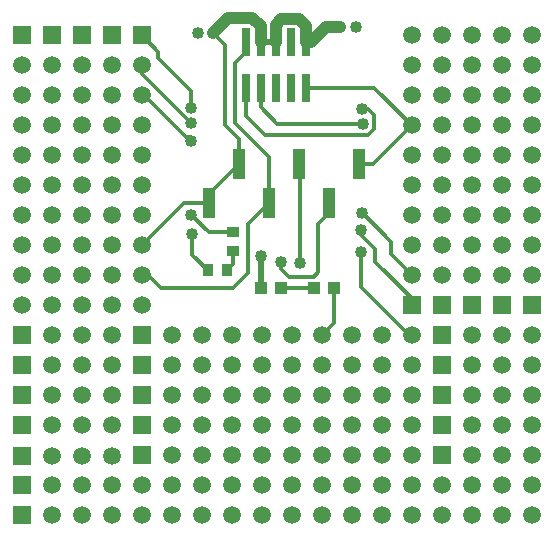
<source format=gbr>
G04 DipTrace 3.1.0.1*
G04 Bottom.gbr*
%MOIN*%
G04 #@! TF.FileFunction,Copper,L2,Bot*
G04 #@! TF.Part,Single*
G04 #@! TA.AperFunction,Conductor*
%ADD13C,0.03937*%
%ADD14C,0.019685*%
%ADD15C,0.012992*%
G04 #@! TA.AperFunction,ComponentPad*
%ADD20R,0.059055X0.059055*%
%ADD21C,0.059055*%
%ADD24R,0.029921X0.094488*%
%ADD25R,0.037402X0.03937*%
%ADD26R,0.03937X0.037402*%
%ADD27R,0.03937X0.098819*%
%ADD28R,0.043307X0.03937*%
G04 #@! TA.AperFunction,ViaPad*
%ADD29C,0.04*%
%FSLAX26Y26*%
G04*
G70*
G90*
G75*
G01*
G04 Bottom*
%LPD*%
X1503937Y2074016D2*
D13*
X1455512D1*
X1405906Y2024409D1*
X1388583D1*
X1238583D2*
D14*
X1288583D1*
X1238583D2*
D13*
Y2075197D1*
X1211024Y2102756D1*
X1131496D1*
X1080709Y2051969D1*
X1288583Y2024409D2*
Y2080315D1*
X1307874Y2099606D1*
X1366929D1*
X1388583Y2077953D1*
Y2024409D1*
X1068504Y1485827D2*
D15*
Y1516142D1*
X1168504Y1616142D1*
Y1699606D1*
X1120079Y1748031D1*
Y2012598D1*
X1080709Y2051969D1*
X1068504Y1485827D2*
X983858D1*
X843701Y1345669D1*
X1241339Y1309055D2*
D14*
Y1203150D1*
X1388583Y1870866D2*
D15*
X1618504D1*
X1743701Y1745669D1*
X1568504Y1616142D2*
X1614173D1*
X1743701Y1745669D1*
Y1245669D2*
X1672835Y1316535D1*
Y1358268D1*
X1575197Y1455906D1*
Y1452756D1*
X1574803Y1398425D2*
Y1381102D1*
X1621260Y1334646D1*
Y1291732D1*
X1767323Y1145669D1*
X1743701D1*
X1572835Y1323622D2*
Y1208268D1*
X1743701Y1037402D1*
Y1045669D1*
X1483858Y1201969D2*
Y1085827D1*
X1443701Y1045669D1*
X1008268Y1804724D2*
Y1861417D1*
X898031Y1971654D1*
Y1991339D1*
X843701Y2045669D1*
Y1945669D2*
Y1917323D1*
X1008268Y1752756D1*
X1011811Y1382283D2*
Y1314567D1*
X1063386Y1262992D1*
X843701Y1245669D2*
X863386D1*
X907087Y1201969D1*
X1146063D1*
X1197244Y1253150D1*
Y1417717D1*
X1262205Y1482677D1*
Y1485827D1*
X1268504D1*
Y1638976D1*
X1153937Y1753543D1*
Y1954724D1*
X1188583Y1989370D1*
Y2024409D1*
X1308268Y1290945D2*
Y1267717D1*
X1334646Y1241339D1*
X1416142D1*
X1430315Y1255512D1*
Y1416142D1*
X1456693Y1442520D1*
Y1485827D1*
X1468504D1*
X1369685Y1287795D2*
Y1614961D1*
X1368504Y1616142D1*
X1577165Y1801575D2*
X1595669D1*
X1616535Y1780709D1*
Y1733071D1*
X1597638Y1714173D1*
X1251969D1*
X1188583Y1777559D1*
Y1870866D1*
X1578740Y1750000D2*
X1294094D1*
X1238583Y1805512D1*
Y1870866D1*
X1148031Y1326772D2*
Y1284646D1*
X1126378Y1262992D1*
X1008268Y1446850D2*
X1065354Y1389764D1*
X1148031D1*
X1008268Y1694882D2*
Y1706299D1*
X990945D1*
X851575Y1845669D1*
X843701D1*
X1308268Y1203150D2*
X1415748D1*
X1416929Y1201969D1*
D29*
X1575197Y1452756D3*
X1574803Y1398425D3*
X1572835Y1323622D3*
X1008268Y1694882D3*
Y1752756D3*
Y1804724D3*
X1308268Y1290945D3*
X1369685Y1287795D3*
X1578740Y1750000D3*
X1577165Y1801575D3*
X1080709Y2051969D3*
X1029528D3*
X1503937Y2074016D3*
X1557874D3*
X1008268Y1446850D3*
X1011811Y1382283D3*
X1241339Y1309055D3*
D20*
X843701Y2045669D3*
D21*
Y1945669D3*
Y1845669D3*
Y1745669D3*
Y1645669D3*
Y1545669D3*
Y1445669D3*
Y1345669D3*
Y1245669D3*
Y1145669D3*
D20*
Y1045669D3*
D21*
X943701D3*
X1043701D3*
X1143701D3*
X1243701D3*
X1343701D3*
X1443701D3*
X1543701D3*
X1643701D3*
X1743701D3*
D20*
Y1145669D3*
D21*
Y1245669D3*
Y1345669D3*
Y1445669D3*
Y1545669D3*
Y1645669D3*
Y1745669D3*
Y1845669D3*
Y1945669D3*
Y2045669D3*
D24*
X1288583Y2024409D3*
X1338583D3*
X1388583D3*
X1238583D3*
X1188583D3*
X1288583Y1870866D3*
X1338583D3*
X1388583D3*
X1238583D3*
X1188583D3*
D25*
X1063386Y1262992D3*
X1126378D3*
D26*
X1148031Y1326772D3*
Y1389764D3*
D27*
X1368504Y1616142D3*
X1568504D3*
X1168504D3*
X1468504Y1485827D3*
X1268504D3*
X1068504D3*
D28*
X1416929Y1201969D3*
X1483858D3*
X1241339Y1203150D3*
X1308268D3*
D20*
X1843701Y1145669D3*
D21*
Y1245669D3*
Y1345669D3*
Y1445669D3*
Y1545669D3*
Y1645669D3*
Y1745669D3*
Y1845669D3*
Y1945669D3*
Y2045669D3*
D20*
X1943701Y1145669D3*
D21*
Y1245669D3*
Y1345669D3*
Y1445669D3*
Y1545669D3*
Y1645669D3*
Y1745669D3*
Y1845669D3*
Y1945669D3*
Y2045669D3*
D20*
X2043701Y1145669D3*
D21*
Y1245669D3*
Y1345669D3*
Y1445669D3*
Y1545669D3*
Y1645669D3*
Y1745669D3*
Y1845669D3*
Y1945669D3*
Y2045669D3*
D20*
X2143701Y1145669D3*
D21*
Y1245669D3*
Y1345669D3*
Y1445669D3*
Y1545669D3*
Y1645669D3*
Y1745669D3*
Y1845669D3*
Y1945669D3*
Y2045669D3*
D20*
X743701D3*
D21*
Y1945669D3*
Y1845669D3*
Y1745669D3*
Y1645669D3*
Y1545669D3*
Y1445669D3*
Y1345669D3*
Y1245669D3*
Y1145669D3*
D20*
X643701Y2045669D3*
D21*
Y1945669D3*
Y1845669D3*
Y1745669D3*
Y1645669D3*
Y1545669D3*
Y1445669D3*
Y1345669D3*
Y1245669D3*
Y1145669D3*
D20*
X543701Y2045669D3*
D21*
Y1945669D3*
Y1845669D3*
Y1745669D3*
Y1645669D3*
Y1545669D3*
Y1445669D3*
Y1345669D3*
Y1245669D3*
Y1145669D3*
D20*
X443701Y2045669D3*
D21*
Y1945669D3*
Y1845669D3*
Y1745669D3*
Y1645669D3*
Y1545669D3*
Y1445669D3*
Y1345669D3*
Y1245669D3*
Y1145669D3*
D20*
X843701Y945669D3*
D21*
X943701D3*
X1043701D3*
X1143701D3*
X1243701D3*
X1343701D3*
X1443701D3*
X1543701D3*
X1643701D3*
X1743701D3*
D20*
X843701Y845669D3*
D21*
X943701D3*
X1043701D3*
X1143701D3*
X1243701D3*
X1343701D3*
X1443701D3*
X1543701D3*
X1643701D3*
X1743701D3*
D20*
X843701Y745669D3*
D21*
X943701D3*
X1043701D3*
X1143701D3*
X1243701D3*
X1343701D3*
X1443701D3*
X1543701D3*
X1643701D3*
X1743701D3*
D20*
X843701Y645669D3*
D21*
X943701D3*
X1043701D3*
X1143701D3*
X1243701D3*
X1343701D3*
X1443701D3*
X1543701D3*
X1643701D3*
X1743701D3*
D20*
X1843701Y1045669D3*
D21*
X1943701D3*
X2043701D3*
X2143701D3*
D20*
X1843701Y945669D3*
D21*
X1943701D3*
X2043701D3*
X2143701D3*
D20*
X1843701Y845669D3*
D21*
X1943701D3*
X2043701D3*
X2143701D3*
D20*
X1843701Y745669D3*
D21*
X1943701D3*
X2043701D3*
X2143701D3*
D20*
X1843701Y645669D3*
D21*
X1943701D3*
X2043701D3*
X2143701D3*
D20*
X443701Y1045669D3*
D21*
X543701D3*
X643701D3*
X743701D3*
D20*
X443701Y945669D3*
D21*
X543701D3*
X643701D3*
X743701D3*
D20*
X443701Y845669D3*
D21*
X543701D3*
X643701D3*
X743701D3*
D20*
X443701Y745669D3*
D21*
X543701D3*
X643701D3*
X743701D3*
D20*
X443701Y644843D3*
D21*
X543701D3*
X643701D3*
X743701D3*
D20*
X443701Y545669D3*
D21*
X543701D3*
X643701D3*
X743701D3*
X843701D3*
X943701D3*
X1043701D3*
X1143701D3*
X1243701D3*
X1343701D3*
X1443701D3*
X1543701D3*
X1643701D3*
X1743701D3*
X1843701D3*
X1943701D3*
X2043701D3*
X2143701D3*
D20*
X443701Y445669D3*
D21*
X543701D3*
X643701D3*
X743701D3*
X843701D3*
X943701D3*
X1043701D3*
X1143701D3*
X1243701D3*
X1343701D3*
X1443701D3*
X1543701D3*
X1643701D3*
X1743701D3*
X1843701D3*
X1943701D3*
X2043701D3*
X2143701D3*
M02*

</source>
